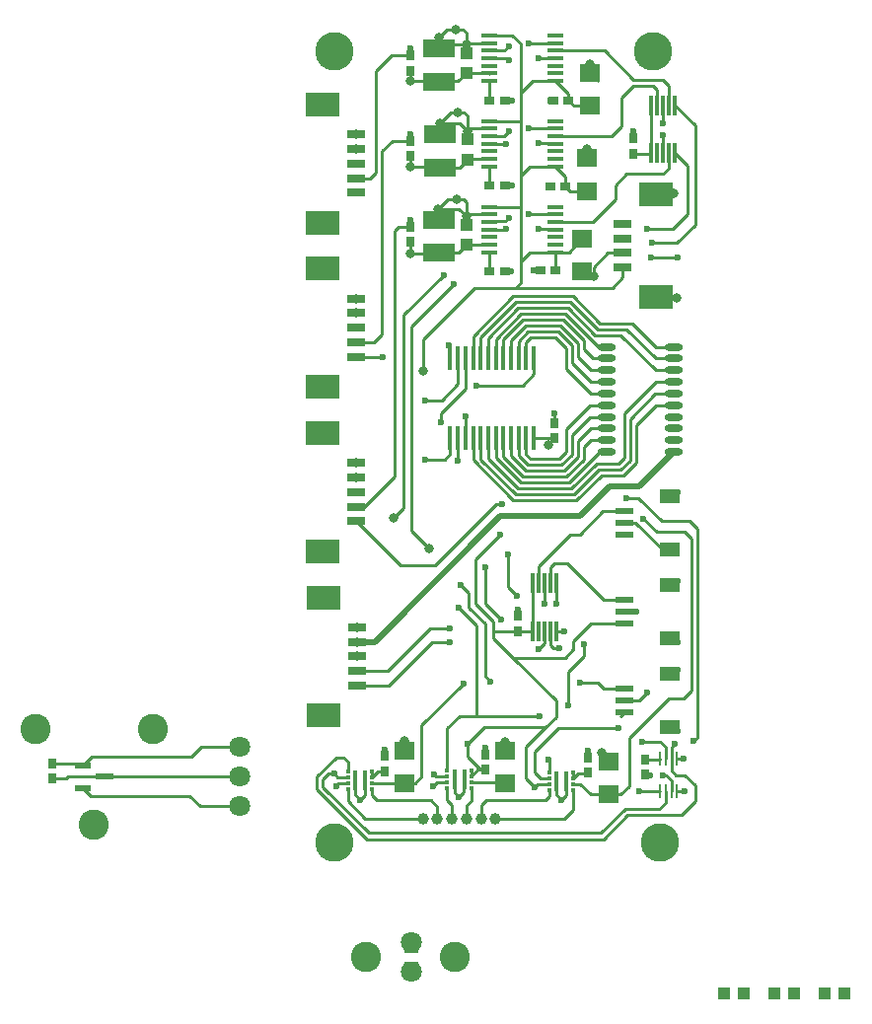
<source format=gtl>
G04 Layer_Physical_Order=1*
G04 Layer_Color=255*
%FSLAX25Y25*%
%MOIN*%
G70*
G01*
G75*
%ADD10R,0.04331X0.03937*%
%ADD11R,0.02756X0.03543*%
%ADD12R,0.01700X0.08100*%
%ADD13R,0.11811X0.08268*%
%ADD14R,0.06299X0.03150*%
%ADD15R,0.01000X0.04600*%
%ADD16R,0.01300X0.07000*%
%ADD17R,0.05905X0.02362*%
%ADD18R,0.07087X0.04724*%
%ADD19R,0.05200X0.02200*%
%ADD20R,0.06250X0.02200*%
%ADD21R,0.05800X0.01400*%
%ADD22R,0.07087X0.06299*%
%ADD23R,0.03543X0.02756*%
%ADD24R,0.10630X0.06299*%
%ADD25R,0.03937X0.04331*%
%ADD26R,0.01378X0.07087*%
%ADD27R,0.01772X0.01181*%
%ADD28O,0.06299X0.02362*%
%ADD29R,0.04900X0.03200*%
%ADD30C,0.01000*%
%ADD31C,0.01968*%
%ADD32C,0.03937*%
%ADD33C,0.10236*%
%ADD34C,0.13000*%
%ADD35C,0.02362*%
%ADD36C,0.03150*%
%ADD37C,0.07087*%
D10*
X745653Y74200D02*
D03*
X752347D02*
D03*
X728653D02*
D03*
X735347D02*
D03*
X711654D02*
D03*
X718347D02*
D03*
D11*
X630700Y149841D02*
D03*
Y154959D02*
D03*
X597000Y154559D02*
D03*
Y149441D02*
D03*
X641700Y201859D02*
D03*
Y196741D02*
D03*
X684700Y153459D02*
D03*
Y148341D02*
D03*
X605500Y386141D02*
D03*
Y391259D02*
D03*
Y357341D02*
D03*
Y362459D02*
D03*
Y328341D02*
D03*
Y333459D02*
D03*
X654100Y261941D02*
D03*
Y267059D02*
D03*
X681000Y363259D02*
D03*
Y358141D02*
D03*
X665500Y148841D02*
D03*
Y153959D02*
D03*
X484400Y146941D02*
D03*
Y152059D02*
D03*
D12*
X647159Y289000D02*
D03*
X644600D02*
D03*
X642041D02*
D03*
X639482D02*
D03*
X636923D02*
D03*
X634364D02*
D03*
X631805D02*
D03*
X629246D02*
D03*
X626687D02*
D03*
X624128D02*
D03*
X621568D02*
D03*
X619009D02*
D03*
Y262000D02*
D03*
X621568D02*
D03*
X624128D02*
D03*
X626687D02*
D03*
X629246D02*
D03*
X631805D02*
D03*
X634364D02*
D03*
X636923D02*
D03*
X639482D02*
D03*
X642041D02*
D03*
X644600D02*
D03*
X647159D02*
D03*
D13*
X575705Y334818D02*
D03*
Y374582D02*
D03*
X575705Y279397D02*
D03*
Y319161D02*
D03*
X575883Y223818D02*
D03*
Y263582D02*
D03*
X576083Y168318D02*
D03*
Y208082D02*
D03*
X688600Y344443D02*
D03*
Y309600D02*
D03*
D14*
X587122Y344858D02*
D03*
Y349779D02*
D03*
Y354700D02*
D03*
Y359621D02*
D03*
Y364543D02*
D03*
X587122Y289436D02*
D03*
Y294357D02*
D03*
Y299279D02*
D03*
Y304200D02*
D03*
Y309121D02*
D03*
X587300Y233857D02*
D03*
Y238779D02*
D03*
Y243700D02*
D03*
Y248621D02*
D03*
Y253542D02*
D03*
X587500Y178358D02*
D03*
Y183279D02*
D03*
Y188200D02*
D03*
Y193121D02*
D03*
Y198043D02*
D03*
X677183Y334403D02*
D03*
Y329482D02*
D03*
Y324561D02*
D03*
Y319639D02*
D03*
D15*
X689763Y142700D02*
D03*
X691732D02*
D03*
X693700D02*
D03*
X695669D02*
D03*
Y153500D02*
D03*
X693700D02*
D03*
X691732D02*
D03*
X689763D02*
D03*
D16*
X654705Y212900D02*
D03*
X652737D02*
D03*
X650769D02*
D03*
X648800D02*
D03*
X646832D02*
D03*
Y196800D02*
D03*
X648800D02*
D03*
X650769D02*
D03*
X652737D02*
D03*
X654705D02*
D03*
X694805Y374400D02*
D03*
X692837D02*
D03*
X690869D02*
D03*
X688900D02*
D03*
X686932D02*
D03*
Y358300D02*
D03*
X688900D02*
D03*
X690869D02*
D03*
X692837D02*
D03*
X694805D02*
D03*
D17*
X677946Y169308D02*
D03*
Y173245D02*
D03*
Y177182D02*
D03*
Y199418D02*
D03*
Y203355D02*
D03*
Y207292D02*
D03*
X677846Y229318D02*
D03*
Y233255D02*
D03*
Y237192D02*
D03*
D18*
X693300Y182300D02*
D03*
Y164190D02*
D03*
Y212410D02*
D03*
Y194300D02*
D03*
X693200Y242310D02*
D03*
Y224200D02*
D03*
D19*
X494746Y151271D02*
D03*
Y143791D02*
D03*
D20*
X502221Y147531D02*
D03*
D21*
X632300Y397977D02*
D03*
Y395418D02*
D03*
Y392859D02*
D03*
Y390300D02*
D03*
Y387741D02*
D03*
Y385182D02*
D03*
Y382623D02*
D03*
X654500Y382623D02*
D03*
Y385182D02*
D03*
Y387741D02*
D03*
Y390300D02*
D03*
Y392859D02*
D03*
Y395418D02*
D03*
Y397977D02*
D03*
X632302Y369159D02*
D03*
Y366600D02*
D03*
Y364041D02*
D03*
Y361482D02*
D03*
Y358923D02*
D03*
Y356364D02*
D03*
Y353805D02*
D03*
X654502Y353805D02*
D03*
Y356364D02*
D03*
Y358923D02*
D03*
Y361482D02*
D03*
Y364041D02*
D03*
Y366600D02*
D03*
Y369159D02*
D03*
X632302Y340159D02*
D03*
Y337600D02*
D03*
Y335041D02*
D03*
Y332482D02*
D03*
Y329923D02*
D03*
Y327364D02*
D03*
Y324805D02*
D03*
X654502Y324805D02*
D03*
Y327364D02*
D03*
Y329923D02*
D03*
Y332482D02*
D03*
Y335041D02*
D03*
Y337600D02*
D03*
Y340159D02*
D03*
D22*
X603500Y145288D02*
D03*
Y156312D02*
D03*
X637500Y156212D02*
D03*
Y145188D02*
D03*
X672600Y152612D02*
D03*
Y141588D02*
D03*
X666100Y374288D02*
D03*
Y385312D02*
D03*
X665100Y345488D02*
D03*
Y356512D02*
D03*
X663500Y329212D02*
D03*
Y318188D02*
D03*
D23*
X632341Y376100D02*
D03*
X637459D02*
D03*
X632341Y347300D02*
D03*
X637459D02*
D03*
X632341Y318200D02*
D03*
X637459D02*
D03*
X653841Y376100D02*
D03*
X658959D02*
D03*
X652841Y347100D02*
D03*
X657959D02*
D03*
X649441Y318600D02*
D03*
X654559D02*
D03*
D24*
X615200Y382488D02*
D03*
Y393512D02*
D03*
X615498Y353488D02*
D03*
Y364512D02*
D03*
X615298Y324688D02*
D03*
Y335712D02*
D03*
D25*
X624400Y385353D02*
D03*
Y392046D02*
D03*
X624798Y356153D02*
D03*
Y362846D02*
D03*
X624500Y327354D02*
D03*
Y334047D02*
D03*
D26*
X658200Y146000D02*
D03*
X654853D02*
D03*
X623700Y146600D02*
D03*
X620354D02*
D03*
X590100Y146300D02*
D03*
X586754D02*
D03*
D27*
X660562Y143047D02*
D03*
Y145016D02*
D03*
Y146984D02*
D03*
Y148953D02*
D03*
X652491Y143047D02*
D03*
Y145016D02*
D03*
Y146984D02*
D03*
Y148953D02*
D03*
X626062Y143647D02*
D03*
Y145616D02*
D03*
Y147584D02*
D03*
Y149553D02*
D03*
X617991Y143647D02*
D03*
Y145616D02*
D03*
Y147584D02*
D03*
Y149553D02*
D03*
X592462Y143347D02*
D03*
Y145316D02*
D03*
Y147284D02*
D03*
Y149253D02*
D03*
X584391Y143347D02*
D03*
Y145316D02*
D03*
Y147284D02*
D03*
Y149253D02*
D03*
D28*
X672002Y257341D02*
D03*
Y261278D02*
D03*
Y265215D02*
D03*
Y269152D02*
D03*
Y273089D02*
D03*
Y277026D02*
D03*
Y280963D02*
D03*
Y284900D02*
D03*
Y288837D02*
D03*
Y292774D02*
D03*
X694443D02*
D03*
Y288837D02*
D03*
Y284900D02*
D03*
Y280963D02*
D03*
Y277026D02*
D03*
Y273089D02*
D03*
Y269152D02*
D03*
Y265215D02*
D03*
Y261278D02*
D03*
Y257341D02*
D03*
D29*
X605862Y83300D02*
D03*
Y89600D02*
D03*
D30*
X592462Y145316D02*
X607116D01*
X660562Y146984D02*
X662278Y148700D01*
X626062Y147706D02*
X628197Y149841D01*
X592462Y147406D02*
X594497Y149441D01*
X690000Y159400D02*
X691732Y157668D01*
X683700Y159400D02*
X690000D01*
X691732Y153500D02*
Y157668D01*
X622200Y168100D02*
X628000D01*
X617991Y163891D02*
X622200Y168100D01*
X617991Y149553D02*
Y163891D01*
X625000Y158800D02*
X630400Y164200D01*
X624800Y158600D02*
X625000Y158800D01*
X651200Y164200D02*
X654700Y167700D01*
X644600Y157600D02*
X651200Y164200D01*
X630400D02*
X651200D01*
X640299Y187619D02*
X654700Y173218D01*
Y167700D02*
Y173218D01*
X644600Y147100D02*
Y157600D01*
Y147100D02*
X647600Y144100D01*
Y155900D02*
X655600Y163900D01*
X633491Y196700D02*
Y200009D01*
Y194428D02*
Y196700D01*
X633532Y196741D01*
X641700D01*
X633491Y194428D02*
X640299Y187619D01*
X609300Y164900D02*
X623500Y179100D01*
X609300Y147500D02*
Y164900D01*
X630800Y181500D02*
X632600Y179700D01*
X630800Y181500D02*
Y199200D01*
X625200Y204800D02*
X630800Y199200D01*
X625200Y204800D02*
Y209600D01*
X622400Y212400D02*
X625200Y209600D01*
X627600Y205900D02*
X633491Y200009D01*
X627600Y205900D02*
Y221000D01*
X635900Y229300D01*
X679400Y160600D02*
X692900Y174100D01*
X679400Y144400D02*
Y160600D01*
X676588Y141588D02*
X679400Y144400D01*
X672600Y141588D02*
X676588D01*
X682800Y142800D02*
X689632D01*
X689732Y142700D01*
X695669Y153500D02*
X697900D01*
X655600Y163900D02*
X675800D01*
X628000Y168100D02*
Y198700D01*
Y168100D02*
X649000D01*
X649100Y168000D01*
X624800Y154300D02*
Y158600D01*
X701800Y139300D02*
Y144500D01*
X697100Y134600D02*
X701800Y139300D01*
X698300Y148000D02*
X701800Y144500D01*
X678928Y134600D02*
X697100D01*
X689632Y136600D02*
X691732Y138700D01*
X678100Y136600D02*
X689632D01*
X670728Y126400D02*
X678928Y134600D01*
X670000Y128500D02*
X678100Y136600D01*
X621900Y204800D02*
X628000Y198700D01*
X691000Y148000D02*
X692000D01*
X693700Y146300D01*
Y142700D02*
Y146300D01*
X583000Y153900D02*
X584391Y152509D01*
X580372Y153900D02*
X583000D01*
X574000Y147528D02*
X580372Y153900D01*
X584391Y149253D02*
Y152509D01*
X693700Y157600D02*
X694900Y158800D01*
X693700Y153500D02*
Y157600D01*
X658800Y171600D02*
Y183000D01*
X664189Y188389D01*
X662700Y179200D02*
X668700D01*
X670718Y177182D01*
X693700Y149500D02*
Y153500D01*
X647600Y148900D02*
Y155900D01*
X693700Y149500D02*
X695200Y148000D01*
X698300D01*
X701300Y159600D02*
X702500Y160800D01*
X692900Y174100D02*
X698000D01*
X700500Y176600D01*
Y228000D01*
X698300Y230200D02*
X700500Y228000D01*
X688700Y230200D02*
X698300D01*
X684100Y234800D02*
X688700Y230200D01*
X702500Y160800D02*
Y231300D01*
X699800Y234000D02*
X702500Y231300D01*
X695669Y142700D02*
X698200D01*
X690400Y234000D02*
X699800D01*
X682600Y241800D02*
X690400Y234000D01*
X678400Y241800D02*
X682600D01*
X694987Y374400D02*
X701700Y367687D01*
Y334100D02*
Y367687D01*
X695500Y327900D02*
X701700Y334100D01*
X687100Y327900D02*
X695500D01*
X694987Y358300D02*
X699200Y354087D01*
Y337500D02*
Y354087D01*
X694200Y332500D02*
X699200Y337500D01*
X685500Y332500D02*
X694200D01*
X687000Y323100D02*
X695900D01*
X580400Y144400D02*
X581316Y145316D01*
X691732Y138700D02*
Y142700D01*
X590772Y126400D02*
X670728D01*
X574000Y143172D02*
X590772Y126400D01*
X576000Y144000D02*
X591500Y128500D01*
X579800Y148500D02*
X581016Y147284D01*
X577800Y148500D02*
X579800D01*
X591500Y128500D02*
X670000D01*
X581016Y147284D02*
X584391D01*
X574000Y143172D02*
Y147528D01*
X576000Y144000D02*
Y146700D01*
X584391Y139209D02*
Y143347D01*
Y139209D02*
X590300Y133300D01*
X586777Y141523D02*
X588500Y139800D01*
X590076Y141376D01*
X592462Y141338D02*
X594300Y139500D01*
X592462Y141338D02*
Y143347D01*
X576000Y146700D02*
X577800Y148500D01*
X590300Y133300D02*
X609736D01*
X689690Y153459D02*
X689732Y153500D01*
X684700Y153459D02*
X689690D01*
X637681Y335181D02*
X638900Y336400D01*
X632442Y335181D02*
X637681D01*
X632302Y335041D02*
X632442Y335181D01*
X615000Y339400D02*
X618300Y342700D01*
X621200D01*
X623600D01*
X624500Y341800D01*
Y336900D02*
Y341800D01*
X615000Y339400D02*
X622000D01*
X624500Y336900D01*
X625200Y337600D01*
X632302D01*
X624500Y327354D02*
X624510Y327364D01*
X632302D01*
X621835Y324688D02*
X624500Y327354D01*
X615298Y324688D02*
X621835D01*
X615010Y324400D02*
X615298Y324688D01*
X605500Y324400D02*
X615010D01*
X637281Y364081D02*
X638800Y365600D01*
X632342Y364081D02*
X637281D01*
X632302Y364041D02*
X632342Y364081D01*
X632302Y369159D02*
X642659D01*
X637818Y361482D02*
X637900Y361400D01*
X615500Y368300D02*
X619300Y372100D01*
X624700Y365700D02*
Y370900D01*
X623500Y372100D02*
X624700Y370900D01*
X621600Y372100D02*
X623500D01*
X619300D02*
X621600D01*
X622100Y368300D02*
X624700Y365700D01*
X615500Y368300D02*
X622100D01*
X624700Y365700D02*
X625600Y366600D01*
X632302D01*
X624798Y356153D02*
X625009Y356364D01*
X632302D01*
X622133Y353488D02*
X624798Y356153D01*
X615498Y353488D02*
X622133D01*
X615187Y353800D02*
X615498Y353488D01*
X605500Y353800D02*
X615187D01*
X623200Y400100D02*
X624400Y398900D01*
X620800Y400100D02*
X623200D01*
X624400Y394900D02*
Y398900D01*
X615100Y397300D02*
X617900Y400100D01*
X620800D01*
X615100Y397300D02*
X617500Y394900D01*
X624400D01*
X624918Y395418D01*
X632300D01*
X624400Y385353D02*
X624572Y385182D01*
X632300D01*
X621547Y382500D02*
X624400Y385353D01*
X632300Y390300D02*
X638100D01*
X638800Y389600D01*
X637281Y392881D02*
X638700Y394300D01*
X632322Y392881D02*
X637281D01*
X632300Y392859D02*
X632322Y392881D01*
X642700Y378500D02*
Y395200D01*
X639923Y397977D02*
X642700Y395200D01*
X632300Y397977D02*
X639923D01*
X637782Y332482D02*
X637800Y332500D01*
X632302Y332482D02*
X637782D01*
X632302Y361482D02*
X637818D01*
X640299Y187619D02*
X657719D01*
X664659Y148841D02*
X665500D01*
X629259Y149841D02*
X630700D01*
X628197D02*
X629259D01*
X624800Y154300D02*
X629259Y149841D01*
X681955Y203355D02*
X682000Y203400D01*
X677946Y203355D02*
X681955D01*
X654705Y206095D02*
X654800Y206000D01*
X654705Y206095D02*
Y212900D01*
X650769Y192569D02*
Y196800D01*
X648900Y190700D02*
X650769Y192569D01*
X653800Y190900D02*
X655700D01*
X646832Y196800D02*
Y212900D01*
X670718Y177182D02*
X677946D01*
X670908Y207292D02*
X677946D01*
X658400Y219800D02*
X670908Y207292D01*
X654200Y219800D02*
X658400D01*
X652737Y218337D02*
X654200Y219800D01*
X652737Y212900D02*
Y218337D01*
X677491Y232900D02*
X677846Y233255D01*
X682745Y173245D02*
X685400Y175900D01*
X677946Y173245D02*
X682745D01*
X650769Y206132D02*
X650800Y206100D01*
X650769Y206132D02*
Y212900D01*
X646591Y196741D02*
X646650Y196800D01*
X641700Y196741D02*
X646591D01*
X626687Y254514D02*
X640301Y240900D01*
X629246Y254784D02*
X641129Y242900D01*
X631805Y255053D02*
X641958Y244900D01*
X642786Y246900D02*
X659043D01*
X634364Y255323D02*
X642786Y246900D01*
X643615Y248900D02*
X658215D01*
X636923Y255592D02*
X643615Y248900D01*
X644443Y250900D02*
X657386D01*
X639482Y255861D02*
X644443Y250900D01*
X639482Y255861D02*
Y262000D01*
X642041Y256131D02*
Y262000D01*
Y256131D02*
X645272Y252900D01*
X656558D01*
X646100Y254900D02*
X655729D01*
X644600Y256400D02*
X646100Y254900D01*
X644600Y256400D02*
Y262000D01*
X621568Y254432D02*
X621600Y254400D01*
X621568Y254432D02*
Y262000D01*
X627700Y279800D02*
X643400D01*
X642700Y369200D02*
Y378500D01*
Y350800D02*
Y369200D01*
X642659Y369159D02*
X642700Y369200D01*
Y340100D02*
Y350800D01*
Y321600D02*
Y340100D01*
X642641Y340159D02*
X642700Y340100D01*
X632302Y340159D02*
X642641D01*
X686932Y358300D02*
Y374400D01*
X642700Y314400D02*
Y321600D01*
X641000Y312700D02*
X642700Y314400D01*
X627300Y312700D02*
X641000D01*
X609800Y295200D02*
X627300Y312700D01*
X641000D02*
X673700D01*
X647218Y261941D02*
X654100D01*
X626687Y254514D02*
Y262000D01*
X629246Y254784D02*
Y262000D01*
X631805Y255053D02*
Y262000D01*
X634364Y255323D02*
Y262000D01*
X636923Y255592D02*
Y262000D01*
X626687Y289000D02*
Y296286D01*
X629246Y289000D02*
Y296016D01*
X631805Y289000D02*
Y295747D01*
X634364Y289000D02*
Y295478D01*
X636923Y289000D02*
Y295208D01*
X639482Y289000D02*
Y294939D01*
X642041Y289000D02*
Y294669D01*
X644600Y289000D02*
Y294400D01*
X647159Y262000D02*
X647218Y261941D01*
X666289Y273089D02*
X672002D01*
X666352Y269152D02*
X672002D01*
X666415Y265215D02*
X672002D01*
X666478Y261278D02*
X672002D01*
X671939Y288900D02*
X672002Y288837D01*
X644600Y294400D02*
X646100Y295900D01*
X654600D01*
X642041Y294669D02*
X645272Y297900D01*
X655428D01*
X644443Y299900D02*
X656257D01*
X641958Y305900D02*
X658742D01*
X667931Y296711D01*
X641129Y307900D02*
X659571D01*
X640301Y309900D02*
X660399D01*
X666474Y277026D02*
X672002D01*
X666537Y280963D02*
X672002D01*
X666600Y284900D02*
X672002D01*
X643615Y301900D02*
X657085D01*
X667100Y288900D02*
X671939D01*
X642786Y303900D02*
X657914D01*
X639482Y294939D02*
X644443Y299900D01*
X636923Y295208D02*
X643615Y301900D01*
X634364Y295478D02*
X642786Y303900D01*
X629246Y296016D02*
X641129Y307900D01*
X626687Y296286D02*
X640301Y309900D01*
X631805Y295747D02*
X641958Y305900D01*
X641129Y242900D02*
X660700D01*
X641958Y244900D02*
X659872D01*
X668375Y253404D01*
X659043Y246900D02*
X669484Y257341D01*
X672002D01*
X658215Y248900D02*
X664100Y254785D01*
Y258900D01*
X666478Y261278D01*
X657386Y250900D02*
X662100Y255614D01*
Y260900D01*
X666415Y265215D01*
X656558Y252900D02*
X660100Y256442D01*
Y262900D01*
X666352Y269152D01*
X655729Y254900D02*
X658100Y257271D01*
Y264900D01*
X666289Y273089D01*
X664100Y291900D02*
X667100Y288900D01*
X664100Y291900D02*
Y294885D01*
X657085Y301900D02*
X664100Y294885D01*
X662100Y289400D02*
X666600Y284900D01*
X662100Y289400D02*
Y294057D01*
X656257Y299900D02*
X662100Y294057D01*
X660100Y287400D02*
X666537Y280963D01*
X660100Y287400D02*
Y293228D01*
X655428Y297900D02*
X660100Y293228D01*
X654600Y295900D02*
X658100Y292400D01*
Y285400D02*
X666474Y277026D01*
X658100Y285400D02*
Y292400D01*
X657914Y303900D02*
X669040Y292774D01*
X672002D01*
X688426D02*
X694443D01*
X667931Y296711D02*
X676589D01*
X688400Y284900D01*
X668375Y253404D02*
X675804D01*
X660700Y242900D02*
X669204Y251404D01*
X676632D01*
X640301Y240900D02*
X661528D01*
X670032Y249404D01*
X677461D01*
X659571Y307900D02*
X668759Y298711D01*
X678589D01*
X688463Y288837D01*
X660399Y309900D02*
X669588Y300711D01*
X680489D01*
X688426Y292774D01*
X688389Y273089D02*
X694443D01*
X688326Y277026D02*
X694443D01*
X688363Y280963D02*
X694443D01*
X688400Y284900D02*
X694443D01*
X688463Y288837D02*
X694443D01*
X619009Y256710D02*
Y262000D01*
X617028Y254728D02*
X619009Y256710D01*
X610472Y254728D02*
X617028D01*
X624200Y262072D02*
Y269300D01*
X624128Y262000D02*
X624200Y262072D01*
X621568Y280269D02*
Y289000D01*
X616100Y274800D02*
X621568Y280269D01*
X624128Y278628D02*
Y289000D01*
X632341Y376100D02*
Y382582D01*
X632300Y382623D02*
X632341Y382582D01*
Y347300D02*
Y353765D01*
X632302Y353805D02*
X632341Y353765D01*
Y318200D02*
Y324765D01*
X632302Y324805D02*
X632341Y324765D01*
X632265Y385146D02*
X632300Y385182D01*
X632284Y327346D02*
X632302Y327364D01*
X681000Y358141D02*
X686591D01*
X686750Y358300D01*
X592462Y147406D02*
Y149253D01*
X647159Y283559D02*
Y289000D01*
X626062Y147706D02*
Y149553D01*
X660562Y146984D02*
Y148953D01*
X662278Y148700D02*
X665359D01*
X665500Y148841D01*
X626062Y145616D02*
X637072D01*
X637500Y145188D01*
X594497Y149441D02*
X597000D01*
X617991Y139509D02*
Y143647D01*
X626062Y139462D02*
Y143647D01*
X652491Y140991D02*
Y143047D01*
X629421Y137921D02*
X631100Y139600D01*
X651100D01*
X660562Y136362D02*
Y143047D01*
X605500Y324400D02*
Y328341D01*
Y353800D02*
Y357341D01*
Y382500D02*
Y386141D01*
X587122Y349779D02*
X591979D01*
X599159Y391259D02*
X605500D01*
X591979Y349779D02*
X593900Y351700D01*
Y386000D01*
X599159Y391259D01*
X599359Y362459D02*
X605500D01*
X587122Y294357D02*
X593157D01*
X595900Y297100D01*
Y359000D01*
X599359Y362459D01*
X615900Y267300D02*
Y270400D01*
X624128Y278628D01*
X643400Y279800D02*
X647159Y283559D01*
X587122Y289436D02*
X596264D01*
X596300Y289400D01*
X587300Y238779D02*
X589979D01*
X652300Y259500D02*
Y260141D01*
X654100Y261941D01*
Y267059D02*
Y270200D01*
X654484Y332500D02*
X654502Y332482D01*
X654484Y361500D02*
X654502Y361482D01*
X654482Y395400D02*
X654500Y395418D01*
X648913Y361500D02*
X654484D01*
X645669Y366600D02*
X654502D01*
X648913Y390300D02*
X654500D01*
X645669Y395400D02*
X654482D01*
X609800Y284700D02*
Y295200D01*
X668947Y382559D02*
X669000Y382612D01*
X646823Y382623D02*
X654500D01*
X642700Y378500D02*
X646823Y382623D01*
X645705Y353805D02*
X654502D01*
X642700Y350800D02*
X645705Y353805D01*
X645905Y324805D02*
X654502D01*
X642700Y321600D02*
X645905Y324805D01*
X614657Y133300D02*
Y137343D01*
X624500Y133300D02*
Y137900D01*
X619579Y133300D02*
Y137921D01*
X629421Y133300D02*
Y137921D01*
X617991Y139509D02*
X619579Y137921D01*
X624500Y137900D02*
X626062Y139462D01*
X634342Y133300D02*
X657500D01*
X605500Y382500D02*
X621547D01*
X676482Y167844D02*
X677946Y169308D01*
X660562Y145016D02*
X662984D01*
X666412Y141588D01*
X672600D01*
X690869Y368431D02*
Y374400D01*
Y368431D02*
X690900Y368400D01*
X690869Y358300D02*
Y364369D01*
X690900Y364400D01*
X678600Y351300D02*
X691000D01*
X692837Y353137D02*
Y358300D01*
X691000Y351300D02*
X692837Y353137D01*
X654502Y335041D02*
X667041D01*
X674700Y342700D01*
Y347400D01*
X678600Y351300D01*
X654502Y364041D02*
X673441D01*
X676800Y367400D01*
X688900Y374400D02*
Y379700D01*
X676800Y367400D02*
Y376900D01*
X680900Y381000D01*
X687600D01*
X688900Y379700D01*
X692837Y374400D02*
Y380963D01*
X690700Y383100D02*
X692837Y380963D01*
X654500Y392859D02*
X671141D01*
X680900Y383100D01*
X690700D01*
X587500Y183279D02*
X597879D01*
X612200Y197600D01*
X618800D01*
X587500Y178358D02*
X598158D01*
X612900Y193100D01*
X618700D01*
X638500Y211700D02*
Y222700D01*
Y211700D02*
X641500Y208700D01*
X670592Y237192D02*
X677846D01*
X672261Y324561D02*
X677183D01*
X667500Y319800D02*
X672261Y324561D01*
X673700Y312700D02*
X677183Y316183D01*
Y319639D01*
X602157Y219000D02*
X613800D01*
X587300Y233857D02*
X602157Y219000D01*
X645669Y337600D02*
X654502D01*
X648913Y332500D02*
X654484D01*
X654559Y318600D02*
Y324747D01*
X654502Y324805D02*
X654559Y324747D01*
X654502Y324805D02*
X659093D01*
X663500Y329212D01*
X657959Y347100D02*
Y350347D01*
X654502Y353805D02*
X657959Y350347D01*
X658959Y376100D02*
Y378164D01*
X654500Y382623D02*
X658959Y378164D01*
X660771Y374288D02*
X666100D01*
X658959Y376100D02*
X660771Y374288D01*
X659571Y345488D02*
X665100D01*
X657959Y347100D02*
X659571Y345488D01*
X677846Y233255D02*
X681645D01*
X690700Y224200D01*
X693200D01*
X620377Y142223D02*
X622000Y140600D01*
X623676Y142276D01*
X654877Y141523D02*
X656600Y139800D01*
X658176Y141376D01*
X581316Y145316D02*
X584391D01*
X614616Y145616D02*
X617991D01*
X613300Y144300D02*
X614616Y145616D01*
X614316Y147584D02*
X617991D01*
X613500Y148400D02*
X614316Y147584D01*
X648516Y145016D02*
X652491D01*
X647600Y144100D02*
X648516Y145016D01*
X649516Y146984D02*
X652491D01*
X647600Y148900D02*
X649516Y146984D01*
X652491Y148953D02*
Y153209D01*
X652300Y153400D02*
X652491Y153209D01*
X651100Y139600D02*
X652491Y140991D01*
X657500Y133300D02*
X660562Y136362D01*
X612500Y139500D02*
X614657Y137343D01*
X594300Y139500D02*
X612500D01*
X607116Y145316D02*
X609300Y147500D01*
X603300Y303500D02*
X616800Y317000D01*
X599900Y234900D02*
X603300Y238300D01*
Y303500D01*
X605800Y299500D02*
X620300Y314000D01*
X605800Y230600D02*
X611700Y224700D01*
X605800Y230600D02*
Y299500D01*
X601459Y333459D02*
X605500D01*
X600100Y332100D02*
X601459Y333459D01*
X589979Y238779D02*
X600100Y248900D01*
Y332100D01*
X610500Y274800D02*
X616100D01*
X631000Y206100D02*
X636300Y200800D01*
X631000Y206100D02*
Y218400D01*
X654887Y196800D02*
X657600D01*
X660669Y190569D02*
Y193469D01*
X657719Y187619D02*
X660669Y190569D01*
X664189Y188389D02*
Y192400D01*
X660669Y193469D02*
X666618Y199418D01*
X677946D01*
X613800Y219000D02*
X634500Y239700D01*
X636600D01*
X652737Y191963D02*
X653800Y190900D01*
X652737Y191963D02*
Y196800D01*
X648800Y212900D02*
Y218700D01*
X659400Y229300D01*
X662700D01*
X670592Y237192D01*
X675804Y253404D02*
X677700Y255300D01*
Y270300D01*
X688363Y280963D01*
X676632Y251404D02*
X679700Y254472D01*
Y268400D01*
X688326Y277026D01*
X677461Y249404D02*
X681700Y253643D01*
Y266400D01*
X688389Y273089D01*
X502221Y147531D02*
X547931D01*
X547932Y147529D01*
X534729Y157529D02*
X547932D01*
X531500Y154300D02*
X534729Y157529D01*
X497775Y154300D02*
X531500D01*
X494746Y151271D02*
X497775Y154300D01*
X494746Y143791D02*
X497636Y140900D01*
X531000D01*
X534371Y137529D01*
X547932D01*
X484400Y152059D02*
X493958D01*
X494746Y151271D01*
X586777Y141523D02*
Y146300D01*
X590076Y141376D02*
Y146300D01*
X620377Y142223D02*
Y146600D01*
X623676Y142276D02*
Y146600D01*
X654877Y141523D02*
Y146000D01*
X658176Y141376D02*
Y146000D01*
X667500Y316600D02*
Y319800D01*
X484400Y146941D02*
X489110D01*
X489700Y147531D01*
X502221D01*
D31*
X587500Y193121D02*
X593421D01*
X636000Y235700D01*
X663000D01*
X672900Y245600D01*
X682702D01*
X694443Y257341D01*
D32*
X619579Y133300D02*
D03*
X629421D02*
D03*
X609736D02*
D03*
X624500D02*
D03*
X634342D02*
D03*
X614657D02*
D03*
D33*
X498675Y131230D02*
D03*
X518360Y163710D02*
D03*
X478990D02*
D03*
X620472Y86614D02*
D03*
X590551D02*
D03*
D34*
X579800Y392700D02*
D03*
X687500D02*
D03*
X579800Y125200D02*
D03*
X689800D02*
D03*
D35*
X625000Y158800D02*
D03*
X623500Y179100D02*
D03*
X632600Y179700D02*
D03*
X622400Y212400D02*
D03*
X635900Y229300D02*
D03*
X682800Y142800D02*
D03*
X686500Y148100D02*
D03*
X697900Y153500D02*
D03*
X675800Y163900D02*
D03*
X649100Y168000D02*
D03*
X658800Y171600D02*
D03*
X621900Y204800D02*
D03*
X694900Y158800D02*
D03*
X662700Y179200D02*
D03*
X683700Y159400D02*
D03*
X691000Y148000D02*
D03*
X701300Y159600D02*
D03*
X698200Y142700D02*
D03*
X687000Y323100D02*
D03*
X695900D02*
D03*
X687100Y327900D02*
D03*
X685500Y332500D02*
D03*
X580400Y144400D02*
D03*
X579800Y148500D02*
D03*
X588500Y139800D02*
D03*
X637500Y145188D02*
D03*
X605500Y335800D02*
D03*
X638900Y336400D02*
D03*
X605500Y364800D02*
D03*
X637900Y361400D02*
D03*
X638800Y365600D02*
D03*
X605500Y393500D02*
D03*
X638800Y389600D02*
D03*
X638700Y394300D02*
D03*
X637800Y332500D02*
D03*
X684100Y234800D02*
D03*
X682000Y203400D02*
D03*
X641700Y203900D02*
D03*
X654800Y206000D02*
D03*
X641500Y208700D02*
D03*
X657600Y196800D02*
D03*
X665500Y148841D02*
D03*
X630700Y149841D02*
D03*
X648900Y190700D02*
D03*
X655700Y190900D02*
D03*
X685400Y175900D02*
D03*
X695800Y162900D02*
D03*
Y183600D02*
D03*
X695700Y193100D02*
D03*
Y213700D02*
D03*
Y243600D02*
D03*
X695600Y223000D02*
D03*
X650800Y206100D02*
D03*
X636600Y239700D02*
D03*
X621600Y254400D02*
D03*
X627700Y279800D02*
D03*
X681000Y365500D02*
D03*
X587122Y344858D02*
D03*
X610472Y254728D02*
D03*
X624200Y269300D02*
D03*
X615900Y267300D02*
D03*
X639700Y347300D02*
D03*
X639600Y318200D02*
D03*
X647300Y318600D02*
D03*
X639700Y376100D02*
D03*
X597000Y149441D02*
D03*
Y156700D02*
D03*
X630700Y157200D02*
D03*
X665600Y156200D02*
D03*
X596300Y289400D02*
D03*
X618600Y293300D02*
D03*
X654100Y270200D02*
D03*
X648913Y361500D02*
D03*
Y390300D02*
D03*
X645669Y395400D02*
D03*
Y366600D02*
D03*
X652841Y347100D02*
D03*
X690900Y364400D02*
D03*
Y368400D02*
D03*
X618800Y197600D02*
D03*
X618700Y193100D02*
D03*
X638500Y222700D02*
D03*
X696402Y261278D02*
D03*
X616800Y317000D02*
D03*
X620300Y314000D02*
D03*
X679300Y329500D02*
D03*
Y334400D02*
D03*
X648913Y332500D02*
D03*
X645669Y337600D02*
D03*
X653000Y376000D02*
D03*
X676100Y229300D02*
D03*
X613300Y144300D02*
D03*
X613500Y148400D02*
D03*
X647600Y144100D02*
D03*
X652300Y153400D02*
D03*
X622000Y140600D02*
D03*
X656600Y139800D02*
D03*
X610500Y274800D02*
D03*
X631000Y218400D02*
D03*
X636300Y200800D02*
D03*
X664189Y192400D02*
D03*
X678400Y241800D02*
D03*
D36*
X670300Y155600D02*
D03*
X615000Y339400D02*
D03*
X621200Y342700D02*
D03*
X621600Y372100D02*
D03*
X620800Y400100D02*
D03*
X624500Y336900D02*
D03*
X587122Y359621D02*
D03*
Y364543D02*
D03*
X587122Y309121D02*
D03*
Y304200D02*
D03*
X587300Y253542D02*
D03*
Y248621D02*
D03*
X587500Y198043D02*
D03*
Y193121D02*
D03*
Y188200D02*
D03*
X615500Y368300D02*
D03*
X624700Y365700D02*
D03*
X615100Y397300D02*
D03*
X624400Y394900D02*
D03*
X637500Y159400D02*
D03*
X603600Y159600D02*
D03*
X605500Y324400D02*
D03*
Y353800D02*
D03*
Y382500D02*
D03*
X652300Y259500D02*
D03*
X609800Y284700D02*
D03*
X667500Y316600D02*
D03*
X665100Y359500D02*
D03*
X694600Y344600D02*
D03*
X695600Y309400D02*
D03*
X599900Y234900D02*
D03*
X611700Y224700D02*
D03*
X666100Y388200D02*
D03*
D37*
X547932Y157529D02*
D03*
Y147529D02*
D03*
Y137529D02*
D03*
X605862Y91614D02*
D03*
Y81614D02*
D03*
M02*

</source>
